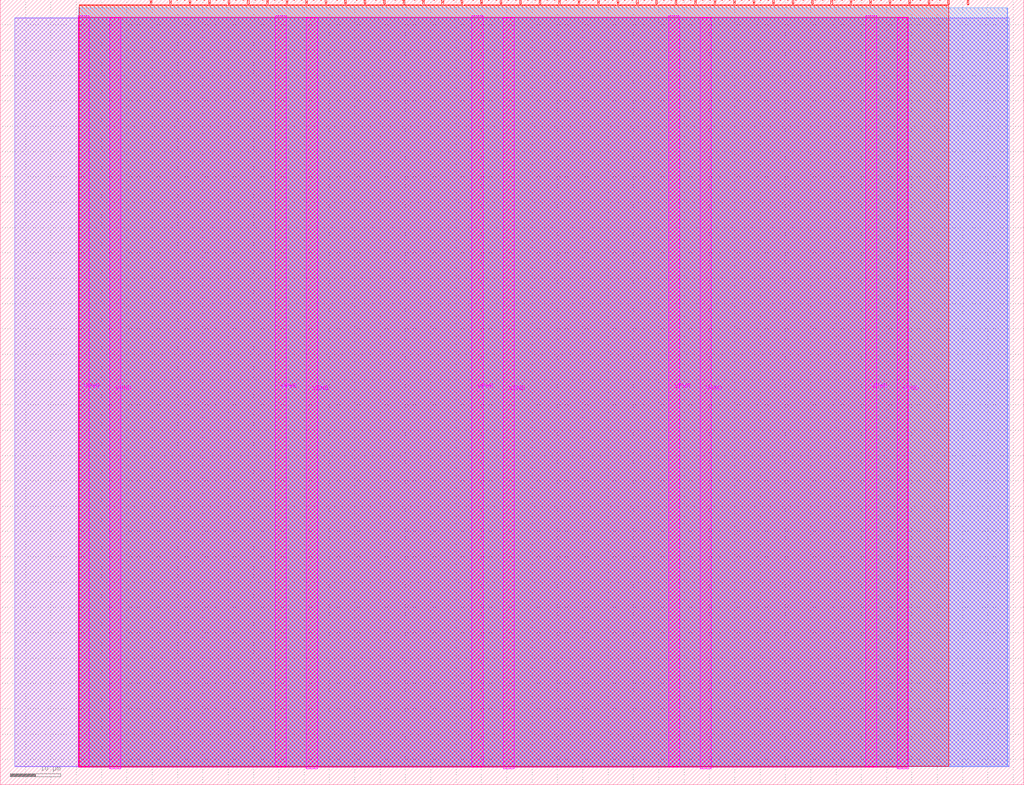
<source format=lef>
VERSION 5.7 ;
  NOWIREEXTENSIONATPIN ON ;
  DIVIDERCHAR "/" ;
  BUSBITCHARS "[]" ;
MACRO tt_um_wokwi_455291654653337601
  CLASS BLOCK ;
  FOREIGN tt_um_wokwi_455291654653337601 ;
  ORIGIN 0.000 0.000 ;
  SIZE 202.080 BY 154.980 ;
  PIN VGND
    DIRECTION INOUT ;
    USE GROUND ;
    PORT
      LAYER TopMetal1 ;
        RECT 21.580 3.150 23.780 151.420 ;
    END
    PORT
      LAYER TopMetal1 ;
        RECT 60.450 3.150 62.650 151.420 ;
    END
    PORT
      LAYER TopMetal1 ;
        RECT 99.320 3.150 101.520 151.420 ;
    END
    PORT
      LAYER TopMetal1 ;
        RECT 138.190 3.150 140.390 151.420 ;
    END
    PORT
      LAYER TopMetal1 ;
        RECT 177.060 3.150 179.260 151.420 ;
    END
  END VGND
  PIN VPWR
    DIRECTION INOUT ;
    USE POWER ;
    PORT
      LAYER TopMetal1 ;
        RECT 15.380 3.560 17.580 151.830 ;
    END
    PORT
      LAYER TopMetal1 ;
        RECT 54.250 3.560 56.450 151.830 ;
    END
    PORT
      LAYER TopMetal1 ;
        RECT 93.120 3.560 95.320 151.830 ;
    END
    PORT
      LAYER TopMetal1 ;
        RECT 131.990 3.560 134.190 151.830 ;
    END
    PORT
      LAYER TopMetal1 ;
        RECT 170.860 3.560 173.060 151.830 ;
    END
  END VPWR
  PIN clk
    DIRECTION INPUT ;
    USE SIGNAL ;
    ANTENNAGATEAREA 0.241800 ;
    PORT
      LAYER Metal4 ;
        RECT 187.050 153.980 187.350 154.980 ;
    END
  END clk
  PIN ena
    DIRECTION INPUT ;
    USE SIGNAL ;
    PORT
      LAYER Metal4 ;
        RECT 190.890 153.980 191.190 154.980 ;
    END
  END ena
  PIN rst_n
    DIRECTION INPUT ;
    USE SIGNAL ;
    PORT
      LAYER Metal4 ;
        RECT 183.210 153.980 183.510 154.980 ;
    END
  END rst_n
  PIN ui_in[0]
    DIRECTION INPUT ;
    USE SIGNAL ;
    ANTENNAGATEAREA 0.180700 ;
    PORT
      LAYER Metal4 ;
        RECT 179.370 153.980 179.670 154.980 ;
    END
  END ui_in[0]
  PIN ui_in[1]
    DIRECTION INPUT ;
    USE SIGNAL ;
    ANTENNAGATEAREA 0.180700 ;
    PORT
      LAYER Metal4 ;
        RECT 175.530 153.980 175.830 154.980 ;
    END
  END ui_in[1]
  PIN ui_in[2]
    DIRECTION INPUT ;
    USE SIGNAL ;
    ANTENNAGATEAREA 0.180700 ;
    PORT
      LAYER Metal4 ;
        RECT 171.690 153.980 171.990 154.980 ;
    END
  END ui_in[2]
  PIN ui_in[3]
    DIRECTION INPUT ;
    USE SIGNAL ;
    ANTENNAGATEAREA 0.180700 ;
    PORT
      LAYER Metal4 ;
        RECT 167.850 153.980 168.150 154.980 ;
    END
  END ui_in[3]
  PIN ui_in[4]
    DIRECTION INPUT ;
    USE SIGNAL ;
    ANTENNAGATEAREA 0.180700 ;
    PORT
      LAYER Metal4 ;
        RECT 164.010 153.980 164.310 154.980 ;
    END
  END ui_in[4]
  PIN ui_in[5]
    DIRECTION INPUT ;
    USE SIGNAL ;
    ANTENNAGATEAREA 0.180700 ;
    PORT
      LAYER Metal4 ;
        RECT 160.170 153.980 160.470 154.980 ;
    END
  END ui_in[5]
  PIN ui_in[6]
    DIRECTION INPUT ;
    USE SIGNAL ;
    ANTENNAGATEAREA 0.180700 ;
    PORT
      LAYER Metal4 ;
        RECT 156.330 153.980 156.630 154.980 ;
    END
  END ui_in[6]
  PIN ui_in[7]
    DIRECTION INPUT ;
    USE SIGNAL ;
    ANTENNAGATEAREA 0.180700 ;
    PORT
      LAYER Metal4 ;
        RECT 152.490 153.980 152.790 154.980 ;
    END
  END ui_in[7]
  PIN uio_in[0]
    DIRECTION INPUT ;
    USE SIGNAL ;
    PORT
      LAYER Metal4 ;
        RECT 148.650 153.980 148.950 154.980 ;
    END
  END uio_in[0]
  PIN uio_in[1]
    DIRECTION INPUT ;
    USE SIGNAL ;
    PORT
      LAYER Metal4 ;
        RECT 144.810 153.980 145.110 154.980 ;
    END
  END uio_in[1]
  PIN uio_in[2]
    DIRECTION INPUT ;
    USE SIGNAL ;
    PORT
      LAYER Metal4 ;
        RECT 140.970 153.980 141.270 154.980 ;
    END
  END uio_in[2]
  PIN uio_in[3]
    DIRECTION INPUT ;
    USE SIGNAL ;
    PORT
      LAYER Metal4 ;
        RECT 137.130 153.980 137.430 154.980 ;
    END
  END uio_in[3]
  PIN uio_in[4]
    DIRECTION INPUT ;
    USE SIGNAL ;
    PORT
      LAYER Metal4 ;
        RECT 133.290 153.980 133.590 154.980 ;
    END
  END uio_in[4]
  PIN uio_in[5]
    DIRECTION INPUT ;
    USE SIGNAL ;
    PORT
      LAYER Metal4 ;
        RECT 129.450 153.980 129.750 154.980 ;
    END
  END uio_in[5]
  PIN uio_in[6]
    DIRECTION INPUT ;
    USE SIGNAL ;
    PORT
      LAYER Metal4 ;
        RECT 125.610 153.980 125.910 154.980 ;
    END
  END uio_in[6]
  PIN uio_in[7]
    DIRECTION INPUT ;
    USE SIGNAL ;
    PORT
      LAYER Metal4 ;
        RECT 121.770 153.980 122.070 154.980 ;
    END
  END uio_in[7]
  PIN uio_oe[0]
    DIRECTION OUTPUT ;
    USE SIGNAL ;
    ANTENNADIFFAREA 0.299200 ;
    PORT
      LAYER Metal4 ;
        RECT 56.490 153.980 56.790 154.980 ;
    END
  END uio_oe[0]
  PIN uio_oe[1]
    DIRECTION OUTPUT ;
    USE SIGNAL ;
    ANTENNADIFFAREA 0.299200 ;
    PORT
      LAYER Metal4 ;
        RECT 52.650 153.980 52.950 154.980 ;
    END
  END uio_oe[1]
  PIN uio_oe[2]
    DIRECTION OUTPUT ;
    USE SIGNAL ;
    ANTENNADIFFAREA 0.299200 ;
    PORT
      LAYER Metal4 ;
        RECT 48.810 153.980 49.110 154.980 ;
    END
  END uio_oe[2]
  PIN uio_oe[3]
    DIRECTION OUTPUT ;
    USE SIGNAL ;
    ANTENNADIFFAREA 0.299200 ;
    PORT
      LAYER Metal4 ;
        RECT 44.970 153.980 45.270 154.980 ;
    END
  END uio_oe[3]
  PIN uio_oe[4]
    DIRECTION OUTPUT ;
    USE SIGNAL ;
    ANTENNADIFFAREA 0.299200 ;
    PORT
      LAYER Metal4 ;
        RECT 41.130 153.980 41.430 154.980 ;
    END
  END uio_oe[4]
  PIN uio_oe[5]
    DIRECTION OUTPUT ;
    USE SIGNAL ;
    ANTENNADIFFAREA 0.299200 ;
    PORT
      LAYER Metal4 ;
        RECT 37.290 153.980 37.590 154.980 ;
    END
  END uio_oe[5]
  PIN uio_oe[6]
    DIRECTION OUTPUT ;
    USE SIGNAL ;
    ANTENNADIFFAREA 0.299200 ;
    PORT
      LAYER Metal4 ;
        RECT 33.450 153.980 33.750 154.980 ;
    END
  END uio_oe[6]
  PIN uio_oe[7]
    DIRECTION OUTPUT ;
    USE SIGNAL ;
    ANTENNADIFFAREA 0.299200 ;
    PORT
      LAYER Metal4 ;
        RECT 29.610 153.980 29.910 154.980 ;
    END
  END uio_oe[7]
  PIN uio_out[0]
    DIRECTION OUTPUT ;
    USE SIGNAL ;
    ANTENNADIFFAREA 0.299200 ;
    PORT
      LAYER Metal4 ;
        RECT 87.210 153.980 87.510 154.980 ;
    END
  END uio_out[0]
  PIN uio_out[1]
    DIRECTION OUTPUT ;
    USE SIGNAL ;
    ANTENNADIFFAREA 0.299200 ;
    PORT
      LAYER Metal4 ;
        RECT 83.370 153.980 83.670 154.980 ;
    END
  END uio_out[1]
  PIN uio_out[2]
    DIRECTION OUTPUT ;
    USE SIGNAL ;
    ANTENNADIFFAREA 0.299200 ;
    PORT
      LAYER Metal4 ;
        RECT 79.530 153.980 79.830 154.980 ;
    END
  END uio_out[2]
  PIN uio_out[3]
    DIRECTION OUTPUT ;
    USE SIGNAL ;
    ANTENNADIFFAREA 0.299200 ;
    PORT
      LAYER Metal4 ;
        RECT 75.690 153.980 75.990 154.980 ;
    END
  END uio_out[3]
  PIN uio_out[4]
    DIRECTION OUTPUT ;
    USE SIGNAL ;
    ANTENNADIFFAREA 0.299200 ;
    PORT
      LAYER Metal4 ;
        RECT 71.850 153.980 72.150 154.980 ;
    END
  END uio_out[4]
  PIN uio_out[5]
    DIRECTION OUTPUT ;
    USE SIGNAL ;
    ANTENNADIFFAREA 0.299200 ;
    PORT
      LAYER Metal4 ;
        RECT 68.010 153.980 68.310 154.980 ;
    END
  END uio_out[5]
  PIN uio_out[6]
    DIRECTION OUTPUT ;
    USE SIGNAL ;
    ANTENNADIFFAREA 0.299200 ;
    PORT
      LAYER Metal4 ;
        RECT 64.170 153.980 64.470 154.980 ;
    END
  END uio_out[6]
  PIN uio_out[7]
    DIRECTION OUTPUT ;
    USE SIGNAL ;
    ANTENNADIFFAREA 0.299200 ;
    PORT
      LAYER Metal4 ;
        RECT 60.330 153.980 60.630 154.980 ;
    END
  END uio_out[7]
  PIN uo_out[0]
    DIRECTION OUTPUT ;
    USE SIGNAL ;
    ANTENNADIFFAREA 0.708600 ;
    PORT
      LAYER Metal4 ;
        RECT 117.930 153.980 118.230 154.980 ;
    END
  END uo_out[0]
  PIN uo_out[1]
    DIRECTION OUTPUT ;
    USE SIGNAL ;
    ANTENNADIFFAREA 0.708600 ;
    PORT
      LAYER Metal4 ;
        RECT 114.090 153.980 114.390 154.980 ;
    END
  END uo_out[1]
  PIN uo_out[2]
    DIRECTION OUTPUT ;
    USE SIGNAL ;
    ANTENNADIFFAREA 0.708600 ;
    PORT
      LAYER Metal4 ;
        RECT 110.250 153.980 110.550 154.980 ;
    END
  END uo_out[2]
  PIN uo_out[3]
    DIRECTION OUTPUT ;
    USE SIGNAL ;
    ANTENNADIFFAREA 0.708600 ;
    PORT
      LAYER Metal4 ;
        RECT 106.410 153.980 106.710 154.980 ;
    END
  END uo_out[3]
  PIN uo_out[4]
    DIRECTION OUTPUT ;
    USE SIGNAL ;
    ANTENNADIFFAREA 0.708600 ;
    PORT
      LAYER Metal4 ;
        RECT 102.570 153.980 102.870 154.980 ;
    END
  END uo_out[4]
  PIN uo_out[5]
    DIRECTION OUTPUT ;
    USE SIGNAL ;
    ANTENNADIFFAREA 0.708600 ;
    PORT
      LAYER Metal4 ;
        RECT 98.730 153.980 99.030 154.980 ;
    END
  END uo_out[5]
  PIN uo_out[6]
    DIRECTION OUTPUT ;
    USE SIGNAL ;
    ANTENNADIFFAREA 0.708600 ;
    PORT
      LAYER Metal4 ;
        RECT 94.890 153.980 95.190 154.980 ;
    END
  END uo_out[6]
  PIN uo_out[7]
    DIRECTION OUTPUT ;
    USE SIGNAL ;
    ANTENNADIFFAREA 0.708600 ;
    PORT
      LAYER Metal4 ;
        RECT 91.050 153.980 91.350 154.980 ;
    END
  END uo_out[7]
  OBS
      LAYER GatPoly ;
        RECT 2.880 3.630 199.200 151.350 ;
      LAYER Metal1 ;
        RECT 2.880 3.560 199.200 151.420 ;
      LAYER Metal2 ;
        RECT 15.560 3.635 198.825 153.445 ;
      LAYER Metal3 ;
        RECT 15.515 3.680 198.865 153.405 ;
      LAYER Metal4 ;
        RECT 15.560 153.770 29.400 153.980 ;
        RECT 30.120 153.770 33.240 153.980 ;
        RECT 33.960 153.770 37.080 153.980 ;
        RECT 37.800 153.770 40.920 153.980 ;
        RECT 41.640 153.770 44.760 153.980 ;
        RECT 45.480 153.770 48.600 153.980 ;
        RECT 49.320 153.770 52.440 153.980 ;
        RECT 53.160 153.770 56.280 153.980 ;
        RECT 57.000 153.770 60.120 153.980 ;
        RECT 60.840 153.770 63.960 153.980 ;
        RECT 64.680 153.770 67.800 153.980 ;
        RECT 68.520 153.770 71.640 153.980 ;
        RECT 72.360 153.770 75.480 153.980 ;
        RECT 76.200 153.770 79.320 153.980 ;
        RECT 80.040 153.770 83.160 153.980 ;
        RECT 83.880 153.770 87.000 153.980 ;
        RECT 87.720 153.770 90.840 153.980 ;
        RECT 91.560 153.770 94.680 153.980 ;
        RECT 95.400 153.770 98.520 153.980 ;
        RECT 99.240 153.770 102.360 153.980 ;
        RECT 103.080 153.770 106.200 153.980 ;
        RECT 106.920 153.770 110.040 153.980 ;
        RECT 110.760 153.770 113.880 153.980 ;
        RECT 114.600 153.770 117.720 153.980 ;
        RECT 118.440 153.770 121.560 153.980 ;
        RECT 122.280 153.770 125.400 153.980 ;
        RECT 126.120 153.770 129.240 153.980 ;
        RECT 129.960 153.770 133.080 153.980 ;
        RECT 133.800 153.770 136.920 153.980 ;
        RECT 137.640 153.770 140.760 153.980 ;
        RECT 141.480 153.770 144.600 153.980 ;
        RECT 145.320 153.770 148.440 153.980 ;
        RECT 149.160 153.770 152.280 153.980 ;
        RECT 153.000 153.770 156.120 153.980 ;
        RECT 156.840 153.770 159.960 153.980 ;
        RECT 160.680 153.770 163.800 153.980 ;
        RECT 164.520 153.770 167.640 153.980 ;
        RECT 168.360 153.770 171.480 153.980 ;
        RECT 172.200 153.770 175.320 153.980 ;
        RECT 176.040 153.770 179.160 153.980 ;
        RECT 179.880 153.770 183.000 153.980 ;
        RECT 183.720 153.770 186.840 153.980 ;
        RECT 15.560 3.635 187.300 153.770 ;
      LAYER Metal5 ;
        RECT 15.515 3.470 179.125 151.510 ;
  END
END tt_um_wokwi_455291654653337601
END LIBRARY


</source>
